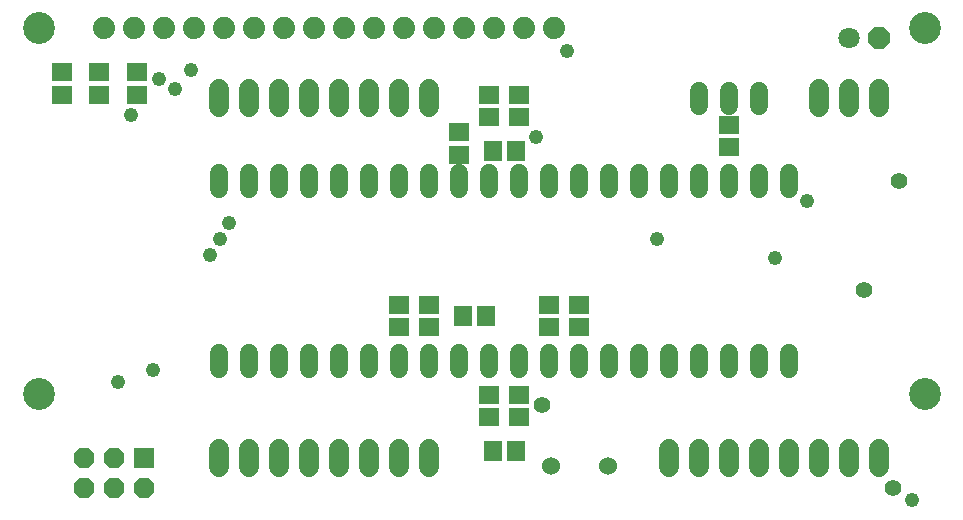
<source format=gbs>
G75*
G70*
%OFA0B0*%
%FSLAX24Y24*%
%IPPOS*%
%LPD*%
%AMOC8*
5,1,8,0,0,1.08239X$1,22.5*
%
%ADD10C,0.0600*%
%ADD11C,0.1064*%
%ADD12C,0.0740*%
%ADD13R,0.0671X0.0592*%
%ADD14R,0.0592X0.0710*%
%ADD15C,0.0600*%
%ADD16R,0.0710X0.0592*%
%ADD17C,0.0680*%
%ADD18R,0.0680X0.0680*%
%ADD19OC8,0.0680*%
%ADD20OC8,0.0710*%
%ADD21C,0.0710*%
%ADD22R,0.0592X0.0671*%
%ADD23C,0.0555*%
%ADD24C,0.0480*%
D10*
X007181Y005522D02*
X007181Y006042D01*
X008181Y006042D02*
X008181Y005522D01*
X009181Y005522D02*
X009181Y006042D01*
X010181Y006042D02*
X010181Y005522D01*
X011181Y005522D02*
X011181Y006042D01*
X012181Y006042D02*
X012181Y005522D01*
X013181Y005522D02*
X013181Y006042D01*
X014181Y006042D02*
X014181Y005522D01*
X015181Y005522D02*
X015181Y006042D01*
X016181Y006042D02*
X016181Y005522D01*
X017181Y005522D02*
X017181Y006042D01*
X018181Y006042D02*
X018181Y005522D01*
X019181Y005522D02*
X019181Y006042D01*
X020181Y006042D02*
X020181Y005522D01*
X021181Y005522D02*
X021181Y006042D01*
X022181Y006042D02*
X022181Y005522D01*
X023181Y005522D02*
X023181Y006042D01*
X024181Y006042D02*
X024181Y005522D01*
X025181Y005522D02*
X025181Y006042D01*
X026181Y006042D02*
X026181Y005522D01*
X026181Y011522D02*
X026181Y012042D01*
X025181Y012042D02*
X025181Y011522D01*
X024181Y011522D02*
X024181Y012042D01*
X023181Y012042D02*
X023181Y011522D01*
X022181Y011522D02*
X022181Y012042D01*
X021181Y012042D02*
X021181Y011522D01*
X020181Y011522D02*
X020181Y012042D01*
X019181Y012042D02*
X019181Y011522D01*
X018181Y011522D02*
X018181Y012042D01*
X017181Y012042D02*
X017181Y011522D01*
X016181Y011522D02*
X016181Y012042D01*
X015181Y012042D02*
X015181Y011522D01*
X014181Y011522D02*
X014181Y012042D01*
X013181Y012042D02*
X013181Y011522D01*
X012181Y011522D02*
X012181Y012042D01*
X011181Y012042D02*
X011181Y011522D01*
X010181Y011522D02*
X010181Y012042D01*
X009181Y012042D02*
X009181Y011522D01*
X008181Y011522D02*
X008181Y012042D01*
X007181Y012042D02*
X007181Y011522D01*
X023181Y014272D02*
X023181Y014792D01*
X024181Y014792D02*
X024181Y014272D01*
X025181Y014272D02*
X025181Y014792D01*
D11*
X030695Y016885D03*
X030695Y004680D03*
X001168Y004680D03*
X001168Y016885D03*
D12*
X003333Y016885D03*
X004333Y016885D03*
X005333Y016885D03*
X006333Y016885D03*
X007333Y016885D03*
X008333Y016885D03*
X009333Y016885D03*
X010333Y016885D03*
X011333Y016885D03*
X012333Y016885D03*
X013333Y016885D03*
X014333Y016885D03*
X015333Y016885D03*
X016333Y016885D03*
X017333Y016885D03*
X018333Y016885D03*
D13*
X017181Y014656D03*
X016181Y014656D03*
X016181Y013908D03*
X017181Y013908D03*
X015181Y013406D03*
X015181Y012658D03*
X018181Y007656D03*
X019181Y007656D03*
X019181Y006908D03*
X018181Y006908D03*
X017181Y004656D03*
X016181Y004656D03*
X016181Y003908D03*
X017181Y003908D03*
X001931Y014658D03*
X001931Y015406D03*
D14*
X015307Y007282D03*
X016055Y007282D03*
D15*
X018231Y002282D03*
X020131Y002282D03*
D16*
X014181Y006908D03*
X013181Y006908D03*
X013181Y007656D03*
X014181Y007656D03*
X024181Y012908D03*
X024181Y013656D03*
X004431Y014658D03*
X004431Y015406D03*
X003181Y015406D03*
X003181Y014658D03*
D17*
X007181Y014832D02*
X007181Y014232D01*
X008181Y014232D02*
X008181Y014832D01*
X009181Y014832D02*
X009181Y014232D01*
X010181Y014232D02*
X010181Y014832D01*
X011181Y014832D02*
X011181Y014232D01*
X012181Y014232D02*
X012181Y014832D01*
X013181Y014832D02*
X013181Y014232D01*
X014181Y014232D02*
X014181Y014832D01*
X027181Y014832D02*
X027181Y014232D01*
X028181Y014232D02*
X028181Y014832D01*
X029181Y014832D02*
X029181Y014232D01*
X029181Y002832D02*
X029181Y002232D01*
X028181Y002232D02*
X028181Y002832D01*
X027181Y002832D02*
X027181Y002232D01*
X026181Y002232D02*
X026181Y002832D01*
X025181Y002832D02*
X025181Y002232D01*
X024181Y002232D02*
X024181Y002832D01*
X023181Y002832D02*
X023181Y002232D01*
X022181Y002232D02*
X022181Y002832D01*
X014181Y002832D02*
X014181Y002232D01*
X013181Y002232D02*
X013181Y002832D01*
X012181Y002832D02*
X012181Y002232D01*
X011181Y002232D02*
X011181Y002832D01*
X010181Y002832D02*
X010181Y002232D01*
X009181Y002232D02*
X009181Y002832D01*
X008181Y002832D02*
X008181Y002232D01*
X007181Y002232D02*
X007181Y002832D01*
D18*
X004681Y002532D03*
D19*
X002681Y001532D03*
X003681Y001532D03*
X004681Y001532D03*
X003681Y002532D03*
X002681Y002532D03*
D20*
X029181Y016532D03*
D21*
X028181Y016532D03*
D22*
X017055Y012782D03*
X016307Y012782D03*
X016307Y002782D03*
X017055Y002782D03*
D23*
X017933Y004322D03*
X028670Y008148D03*
X029839Y011763D03*
X029626Y001558D03*
D24*
X030264Y001133D03*
X025693Y009211D03*
X026756Y011125D03*
X021760Y009849D03*
X017721Y013251D03*
X018784Y016121D03*
X007516Y010381D03*
X007197Y009849D03*
X006878Y009318D03*
X004965Y005491D03*
X003796Y005066D03*
X004221Y013995D03*
X005709Y014845D03*
X005177Y015164D03*
X006240Y015483D03*
M02*

</source>
